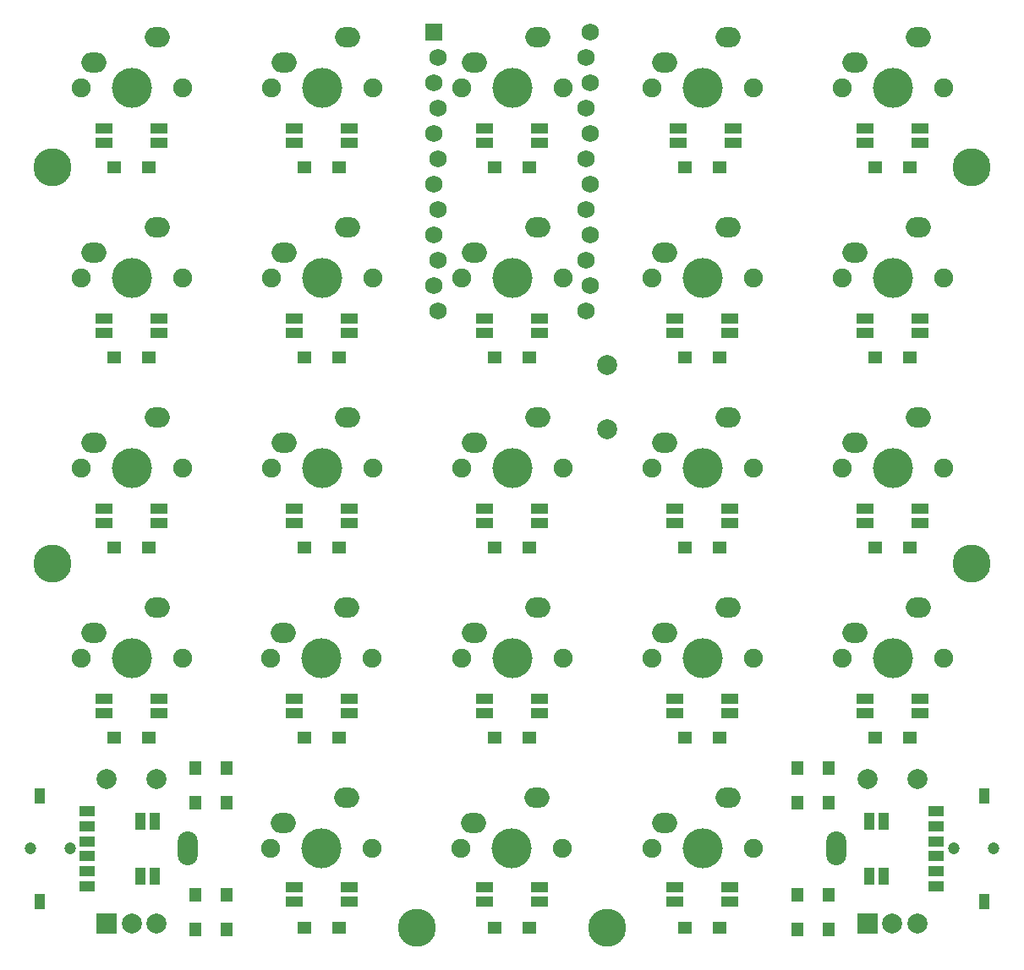
<source format=gbs>
G04 #@! TF.GenerationSoftware,KiCad,Pcbnew,(6.0.7)*
G04 #@! TF.CreationDate,2022-09-23T02:39:01+09:00*
G04 #@! TF.ProjectId,xipher_kbd_nohot,78697068-6572-45f6-9b62-645f6e6f686f,rev?*
G04 #@! TF.SameCoordinates,Original*
G04 #@! TF.FileFunction,Soldermask,Bot*
G04 #@! TF.FilePolarity,Negative*
%FSLAX46Y46*%
G04 Gerber Fmt 4.6, Leading zero omitted, Abs format (unit mm)*
G04 Created by KiCad (PCBNEW (6.0.7)) date 2022-09-23 02:39:01*
%MOMM*%
%LPD*%
G01*
G04 APERTURE LIST*
%ADD10R,1.752600X1.752600*%
%ADD11C,1.752600*%
%ADD12C,1.900000*%
%ADD13C,4.000000*%
%ADD14O,2.500000X2.000000*%
%ADD15C,3.800000*%
%ADD16R,2.000000X2.000000*%
%ADD17C,2.000000*%
%ADD18O,2.000000X3.400000*%
%ADD19R,1.300000X1.400000*%
%ADD20R,1.400000X1.300000*%
%ADD21R,1.700000X1.000000*%
%ADD22C,1.200000*%
%ADD23R,1.600000X1.000000*%
%ADD24R,1.100000X1.600000*%
%ADD25R,1.000000X1.700000*%
G04 APERTURE END LIST*
D10*
X73113900Y-37229200D03*
D11*
X73571100Y-39769200D03*
X73113900Y-42309200D03*
X73571100Y-44849200D03*
X73113900Y-47389200D03*
X73571100Y-49929200D03*
X73113900Y-52469200D03*
X73571100Y-55009200D03*
X73113900Y-57549200D03*
X73571100Y-60089200D03*
X73113900Y-62629200D03*
X73571100Y-65169200D03*
X88353900Y-65169200D03*
X88811100Y-62629200D03*
X88353900Y-60089200D03*
X88811100Y-57549200D03*
X88353900Y-55009200D03*
X88811100Y-52469200D03*
X88353900Y-49929200D03*
X88811100Y-47389200D03*
X88353900Y-44849200D03*
X88811100Y-42309200D03*
X88353900Y-39769200D03*
X88811100Y-37229200D03*
D12*
X86042500Y-100012500D03*
X75882500Y-100012500D03*
D13*
X80962500Y-100012500D03*
D14*
X77152500Y-97472500D03*
X83502500Y-94932500D03*
D12*
X37782500Y-61912500D03*
D13*
X42862500Y-61912500D03*
D12*
X47942500Y-61912500D03*
D14*
X39052500Y-59372500D03*
X45402500Y-56832500D03*
D15*
X127000000Y-90487500D03*
D12*
X124142500Y-42862500D03*
D13*
X119062500Y-42862500D03*
D12*
X113982500Y-42862500D03*
D14*
X115252500Y-40322500D03*
X121602500Y-37782500D03*
D15*
X127000000Y-50800000D03*
X34925000Y-50800000D03*
D12*
X47942500Y-42862500D03*
X37782500Y-42862500D03*
D13*
X42862500Y-42862500D03*
D14*
X39052500Y-40322500D03*
X45402500Y-37782500D03*
D13*
X119062500Y-61912500D03*
D12*
X113982500Y-61912500D03*
X124142500Y-61912500D03*
D14*
X115252500Y-59372500D03*
X121602500Y-56832500D03*
D13*
X100012500Y-61912500D03*
D12*
X94932500Y-61912500D03*
X105092500Y-61912500D03*
D14*
X96202500Y-59372500D03*
X102552500Y-56832500D03*
D12*
X94932500Y-80962500D03*
X105092500Y-80962500D03*
D13*
X100012500Y-80962500D03*
D14*
X96202500Y-78422500D03*
X102552500Y-75882500D03*
D15*
X71437500Y-127000000D03*
D12*
X94932500Y-42862500D03*
X105092500Y-42862500D03*
D13*
X100012500Y-42862500D03*
D14*
X96202500Y-40322500D03*
X102552500Y-37782500D03*
D13*
X61880000Y-100012500D03*
D12*
X66960000Y-100012500D03*
X56800000Y-100012500D03*
D14*
X58070000Y-97472500D03*
X64420000Y-94932500D03*
D15*
X90487500Y-127000000D03*
D13*
X80961400Y-119062500D03*
D12*
X75881400Y-119062500D03*
X86041400Y-119062500D03*
D14*
X77151400Y-116522500D03*
X83501400Y-113982500D03*
D12*
X105092500Y-119062500D03*
X94932500Y-119062500D03*
D13*
X100012500Y-119062500D03*
D14*
X96202500Y-116522500D03*
X102552500Y-113982500D03*
D12*
X75882500Y-42862500D03*
D13*
X80962500Y-42862500D03*
D12*
X86042500Y-42862500D03*
D14*
X77152500Y-40322500D03*
X83502500Y-37782500D03*
D12*
X94932500Y-100012500D03*
D13*
X100012500Y-100012500D03*
D12*
X105092500Y-100012500D03*
D14*
X96202500Y-97472500D03*
X102552500Y-94932500D03*
D13*
X61912500Y-61912500D03*
D12*
X66992500Y-61912500D03*
X56832500Y-61912500D03*
D14*
X58102500Y-59372500D03*
X64452500Y-56832500D03*
D16*
X116537500Y-126562500D03*
D17*
X121537500Y-126562500D03*
X119037500Y-126562500D03*
D18*
X113437500Y-119062500D03*
D17*
X121537500Y-112062500D03*
X116537500Y-112062500D03*
D12*
X37782500Y-80962500D03*
D13*
X42862500Y-80962500D03*
D12*
X47942500Y-80962500D03*
D14*
X39052500Y-78422500D03*
X45402500Y-75882500D03*
D12*
X124142500Y-100012500D03*
X113982500Y-100012500D03*
D13*
X119062500Y-100012500D03*
D14*
X115252500Y-97472500D03*
X121602500Y-94932500D03*
D13*
X61912500Y-80962500D03*
D12*
X66992500Y-80962500D03*
X56832500Y-80962500D03*
D14*
X58102500Y-78422500D03*
X64452500Y-75882500D03*
D15*
X34925000Y-90487500D03*
D12*
X66991400Y-119062500D03*
X56831400Y-119062500D03*
D13*
X61911400Y-119062500D03*
D14*
X58101400Y-116522500D03*
X64451400Y-113982500D03*
D13*
X61912500Y-42862500D03*
D12*
X66992500Y-42862500D03*
X56832500Y-42862500D03*
D14*
X58102500Y-40322500D03*
X64452500Y-37782500D03*
D12*
X47942500Y-100012500D03*
X37782500Y-100012500D03*
D13*
X42862500Y-100012500D03*
D14*
X39052500Y-97472500D03*
X45402500Y-94932500D03*
D12*
X75882500Y-80962500D03*
X86042500Y-80962500D03*
D13*
X80962500Y-80962500D03*
D14*
X77152500Y-78422500D03*
X83502500Y-75882500D03*
D13*
X80962500Y-61912500D03*
D12*
X75882500Y-61912500D03*
X86042500Y-61912500D03*
D14*
X77152500Y-59372500D03*
X83502500Y-56832500D03*
D13*
X119062500Y-80962500D03*
D12*
X113982500Y-80962500D03*
X124142500Y-80962500D03*
D14*
X115252500Y-78422500D03*
X121602500Y-75882500D03*
D16*
X40362500Y-126562500D03*
D17*
X45362500Y-126562500D03*
X42862500Y-126562500D03*
D18*
X48462500Y-119062500D03*
D17*
X45362500Y-112062500D03*
X40362500Y-112062500D03*
D19*
X109512500Y-127187500D03*
X109512500Y-123637500D03*
D20*
X60137500Y-50800000D03*
X63687500Y-50800000D03*
D21*
X40112500Y-46925000D03*
X40112500Y-48325000D03*
X45612500Y-48325000D03*
X45612500Y-46925000D03*
D19*
X109512500Y-114487500D03*
X109512500Y-110937500D03*
D17*
X90487500Y-70568700D03*
X90487500Y-77068700D03*
D20*
X79187500Y-127000000D03*
X82737500Y-127000000D03*
X98237500Y-50800000D03*
X101787500Y-50800000D03*
D19*
X49212500Y-114487500D03*
X49212500Y-110937500D03*
D20*
X117287500Y-88900000D03*
X120837500Y-88900000D03*
D21*
X78212500Y-122925000D03*
X78212500Y-124325000D03*
X83712500Y-124325000D03*
X83712500Y-122925000D03*
D20*
X117287500Y-107950000D03*
X120837500Y-107950000D03*
D21*
X78212500Y-46925000D03*
X78212500Y-48325000D03*
X83712500Y-48325000D03*
X83712500Y-46925000D03*
X59162500Y-85025000D03*
X59162500Y-86425000D03*
X64662500Y-86425000D03*
X64662500Y-85025000D03*
X40112500Y-85025000D03*
X40112500Y-86425000D03*
X45612500Y-86425000D03*
X45612500Y-85025000D03*
D20*
X98237500Y-107950000D03*
X101787500Y-107950000D03*
X41087500Y-50800000D03*
X44637500Y-50800000D03*
D22*
X129162500Y-119062500D03*
X125162500Y-119062500D03*
D23*
X123462500Y-122812500D03*
X123462500Y-121312500D03*
X123462500Y-118312500D03*
X123462500Y-116812500D03*
D24*
X128262500Y-113762500D03*
D23*
X123462500Y-115312500D03*
D24*
X128262500Y-124362500D03*
D23*
X123462500Y-119812500D03*
D20*
X79187500Y-50800000D03*
X82737500Y-50800000D03*
X41087500Y-88900000D03*
X44637500Y-88900000D03*
D21*
X59162500Y-104075000D03*
X59162500Y-105475000D03*
X64662500Y-105475000D03*
X64662500Y-104075000D03*
D20*
X79187500Y-88900000D03*
X82737500Y-88900000D03*
D21*
X59162500Y-122925000D03*
X59162500Y-124325000D03*
X64662500Y-124325000D03*
X64662500Y-122925000D03*
X78212500Y-65975000D03*
X78212500Y-67375000D03*
X83712500Y-67375000D03*
X83712500Y-65975000D03*
D19*
X49212500Y-127187500D03*
X49212500Y-123637500D03*
D20*
X79187500Y-69850000D03*
X82737500Y-69850000D03*
D22*
X32737500Y-119062500D03*
X36737500Y-119062500D03*
D23*
X38437500Y-115312500D03*
X38437500Y-116812500D03*
X38437500Y-119812500D03*
X38437500Y-121312500D03*
D24*
X33637500Y-124362500D03*
D23*
X38437500Y-122812500D03*
D24*
X33637500Y-113762500D03*
D23*
X38437500Y-118312500D03*
D21*
X97262500Y-85025000D03*
X97262500Y-86425000D03*
X102762500Y-86425000D03*
X102762500Y-85025000D03*
D19*
X112687500Y-114487500D03*
X112687500Y-110937500D03*
D21*
X116312500Y-85025000D03*
X116312500Y-86425000D03*
X121812500Y-86425000D03*
X121812500Y-85025000D03*
X40112500Y-104075000D03*
X40112500Y-105475000D03*
X45612500Y-105475000D03*
X45612500Y-104075000D03*
D20*
X98237500Y-127000000D03*
X101787500Y-127000000D03*
X98237500Y-69850000D03*
X101787500Y-69850000D03*
X60137500Y-107950000D03*
X63687500Y-107950000D03*
D25*
X116750000Y-121812500D03*
X118150000Y-121812500D03*
X118150000Y-116312500D03*
X116750000Y-116312500D03*
D21*
X97262500Y-104075000D03*
X97262500Y-105475000D03*
X102762500Y-105475000D03*
X102762500Y-104075000D03*
X116312500Y-46925000D03*
X116312500Y-48325000D03*
X121812500Y-48325000D03*
X121812500Y-46925000D03*
X97631300Y-46925000D03*
X97631300Y-48325000D03*
X103131300Y-48325000D03*
X103131300Y-46925000D03*
X59162500Y-46925000D03*
X59162500Y-48325000D03*
X64662500Y-48325000D03*
X64662500Y-46925000D03*
D20*
X60137500Y-88900000D03*
X63687500Y-88900000D03*
X79187500Y-107950000D03*
X82737500Y-107950000D03*
X41087500Y-107950000D03*
X44637500Y-107950000D03*
X60137500Y-69850000D03*
X63687500Y-69850000D03*
D21*
X59162500Y-65975000D03*
X59162500Y-67375000D03*
X64662500Y-67375000D03*
X64662500Y-65975000D03*
X116312500Y-104075000D03*
X116312500Y-105475000D03*
X121812500Y-105475000D03*
X121812500Y-104075000D03*
D20*
X60137500Y-127000000D03*
X63687500Y-127000000D03*
X98237500Y-88900000D03*
X101787500Y-88900000D03*
D21*
X116312500Y-65975000D03*
X116312500Y-67375000D03*
X121812500Y-67375000D03*
X121812500Y-65975000D03*
D19*
X112687500Y-127187500D03*
X112687500Y-123637500D03*
D20*
X41087500Y-69850000D03*
X44637500Y-69850000D03*
X117287500Y-69850000D03*
X120837500Y-69850000D03*
D21*
X40112500Y-65975000D03*
X40112500Y-67375000D03*
X45612500Y-67375000D03*
X45612500Y-65975000D03*
D25*
X43750000Y-121812500D03*
X45150000Y-121812500D03*
X45150000Y-116312500D03*
X43750000Y-116312500D03*
D21*
X78212500Y-85025000D03*
X78212500Y-86425000D03*
X83712500Y-86425000D03*
X83712500Y-85025000D03*
X97262500Y-65975000D03*
X97262500Y-67375000D03*
X102762500Y-67375000D03*
X102762500Y-65975000D03*
X78212500Y-104075000D03*
X78212500Y-105475000D03*
X83712500Y-105475000D03*
X83712500Y-104075000D03*
X97262500Y-122925000D03*
X97262500Y-124325000D03*
X102762500Y-124325000D03*
X102762500Y-122925000D03*
D19*
X52387500Y-127187500D03*
X52387500Y-123637500D03*
X52387500Y-114487500D03*
X52387500Y-110937500D03*
D20*
X117287500Y-50800000D03*
X120837500Y-50800000D03*
M02*

</source>
